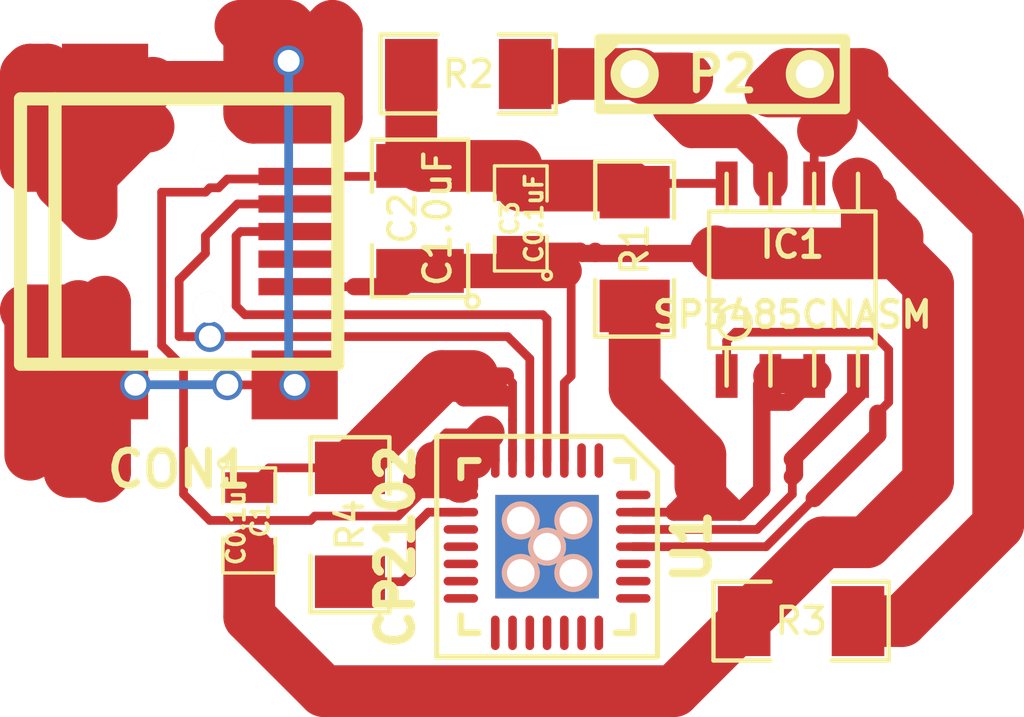
<source format=kicad_pcb>
(kicad_pcb (version 3) (host pcbnew "(2013-may-18)-stable")

  (general
    (links 31)
    (no_connects 0)
    (area 62.271956 15.0971 337.300001 268.085001)
    (thickness 1.6)
    (drawings 0)
    (tracks 257)
    (zones 0)
    (modules 11)
    (nets 15)
  )

  (page A3)
  (layers
    (15 F.Cu signal)
    (0 B.Cu signal)
    (16 B.Adhes user)
    (17 F.Adhes user)
    (18 B.Paste user)
    (19 F.Paste user)
    (20 B.SilkS user)
    (21 F.SilkS user)
    (22 B.Mask user)
    (23 F.Mask user)
    (24 Dwgs.User user)
    (25 Cmts.User user)
    (26 Eco1.User user)
    (27 Eco2.User user)
    (28 Edge.Cuts user)
  )

  (setup
    (last_trace_width 0.254)
    (user_trace_width 0.5)
    (user_trace_width 1)
    (user_trace_width 1.5)
    (trace_clearance 0.054)
    (zone_clearance 0.508)
    (zone_45_only no)
    (trace_min 0.254)
    (segment_width 0.2)
    (edge_width 0.15)
    (via_size 0.889)
    (via_drill 0.635)
    (via_min_size 0.889)
    (via_min_drill 0.508)
    (uvia_size 0.508)
    (uvia_drill 0.127)
    (uvias_allowed no)
    (uvia_min_size 0.508)
    (uvia_min_drill 0.127)
    (pcb_text_width 0.3)
    (pcb_text_size 1 1)
    (mod_edge_width 0.15)
    (mod_text_size 1 1)
    (mod_text_width 0.15)
    (pad_size 1 1)
    (pad_drill 0.6)
    (pad_to_mask_clearance 0)
    (aux_axis_origin 0 0)
    (visible_elements FFFFFFBF)
    (pcbplotparams
      (layerselection 32768)
      (usegerberextensions false)
      (excludeedgelayer true)
      (linewidth 0.150000)
      (plotframeref false)
      (viasonmask false)
      (mode 1)
      (useauxorigin false)
      (hpglpennumber 1)
      (hpglpenspeed 20)
      (hpglpendiameter 15)
      (hpglpenoverlay 2)
      (psnegative false)
      (psa4output false)
      (plotreference true)
      (plotvalue true)
      (plotothertext true)
      (plotinvisibletext false)
      (padsonsilk false)
      (subtractmaskfromsilk false)
      (outputformat 2)
      (mirror false)
      (drillshape 0)
      (scaleselection 1)
      (outputdirectory ""))
  )

  (net 0 "")
  (net 1 /D)
  (net 2 /D+)
  (net 3 /D-)
  (net 4 /R)
  (net 5 /RX)
  (net 6 /TX)
  (net 7 /VBUS)
  (net 8 /VDD)
  (net 9 GND)
  (net 10 N-0000010)
  (net 11 N-0000012)
  (net 12 N-0000031)
  (net 13 N-000008)
  (net 14 N-000009)

  (net_class Default "This is the default net class."
    (clearance 0.054)
    (trace_width 0.254)
    (via_dia 0.889)
    (via_drill 0.635)
    (uvia_dia 0.508)
    (uvia_drill 0.127)
    (add_net "")
    (add_net /D)
    (add_net /D+)
    (add_net /D-)
    (add_net /R)
    (add_net /RX)
    (add_net /TX)
    (add_net /VBUS)
    (add_net /VDD)
    (add_net GND)
    (add_net N-0000010)
    (add_net N-0000012)
    (add_net N-0000031)
    (add_net N-000008)
    (add_net N-000009)
  )

  (module USB_MINI_B (layer F.Cu) (tedit 505F99F2) (tstamp 53E22EC3)
    (at 185.166 130.429)
    (descr "USB Mini-B 5-pin SMD connector")
    (tags "USB, Mini-B, connector")
    (path /5256FA36)
    (fp_text reference CON1 (at 0 6.90118) (layer F.SilkS)
      (effects (font (size 1.016 1.016) (thickness 0.2032)))
    )
    (fp_text value USB-MINI-B (at 0 -7.0993) (layer F.SilkS) hide
      (effects (font (size 1.016 1.016) (thickness 0.2032)))
    )
    (fp_line (start -3.59918 -3.85064) (end -3.59918 3.85064) (layer F.SilkS) (width 0.381))
    (fp_line (start -4.59994 -3.85064) (end -4.59994 3.85064) (layer F.SilkS) (width 0.381))
    (fp_line (start -4.59994 3.85064) (end 4.59994 3.85064) (layer F.SilkS) (width 0.381))
    (fp_line (start 4.59994 3.85064) (end 4.59994 -3.85064) (layer F.SilkS) (width 0.381))
    (fp_line (start 4.59994 -3.85064) (end -4.59994 -3.85064) (layer F.SilkS) (width 0.381))
    (pad 1 smd rect (at 3.44932 -1.6002) (size 2.30124 0.50038)
      (layers F.Cu F.Paste F.Mask)
      (net 7 /VBUS)
    )
    (pad 2 smd rect (at 3.44932 -0.8001) (size 2.30124 0.50038)
      (layers F.Cu F.Paste F.Mask)
      (net 3 /D-)
    )
    (pad 3 smd rect (at 3.44932 0) (size 2.30124 0.50038)
      (layers F.Cu F.Paste F.Mask)
      (net 2 /D+)
    )
    (pad 4 smd rect (at 3.44932 0.8001) (size 2.30124 0.50038)
      (layers F.Cu F.Paste F.Mask)
    )
    (pad 5 smd rect (at 3.44932 1.6002) (size 2.30124 0.50038)
      (layers F.Cu F.Paste F.Mask)
      (net 9 GND)
    )
    (pad 6 smd rect (at 3.35026 -4.45008) (size 2.49936 1.99898)
      (layers F.Cu F.Paste F.Mask)
      (net 12 N-0000031)
    )
    (pad 7 smd rect (at -2.14884 -4.45008) (size 2.49936 1.99898)
      (layers F.Cu F.Paste F.Mask)
      (net 12 N-0000031)
    )
    (pad 8 smd rect (at 3.35026 4.45008) (size 2.49936 1.99898)
      (layers F.Cu F.Paste F.Mask)
      (net 12 N-0000031)
    )
    (pad 9 smd rect (at -2.14884 4.45008) (size 2.49936 1.99898)
      (layers F.Cu F.Paste F.Mask)
      (net 12 N-0000031)
    )
    (pad "" np_thru_hole circle (at 0.8509 -2.19964) (size 0.89916 0.89916) (drill 0.89916)
      (layers *.Cu *.Mask F.SilkS)
    )
    (pad 2 np_thru_hole circle (at 0.8509 2.19964) (size 0.89916 0.89916) (drill 0.89916)
      (layers *.Cu *.Mask F.SilkS)
      (net 3 /D-)
    )
  )

  (module SM1210 (layer F.Cu) (tedit 42806E94) (tstamp 53E25F4A)
    (at 192.151 130.048 90)
    (tags "CMS SM")
    (path /52584C01)
    (attr smd)
    (fp_text reference C2 (at 0 -0.508 90) (layer F.SilkS)
      (effects (font (size 0.762 0.762) (thickness 0.127)))
    )
    (fp_text value C1.0uF (at 0 0.508 90) (layer F.SilkS)
      (effects (font (size 0.762 0.762) (thickness 0.127)))
    )
    (fp_circle (center -2.413 1.524) (end -2.286 1.397) (layer F.SilkS) (width 0.127))
    (fp_line (start -0.762 -1.397) (end -2.286 -1.397) (layer F.SilkS) (width 0.127))
    (fp_line (start -2.286 -1.397) (end -2.286 1.397) (layer F.SilkS) (width 0.127))
    (fp_line (start -2.286 1.397) (end -0.762 1.397) (layer F.SilkS) (width 0.127))
    (fp_line (start 0.762 1.397) (end 2.286 1.397) (layer F.SilkS) (width 0.127))
    (fp_line (start 2.286 1.397) (end 2.286 -1.397) (layer F.SilkS) (width 0.127))
    (fp_line (start 2.286 -1.397) (end 0.762 -1.397) (layer F.SilkS) (width 0.127))
    (pad 1 smd rect (at -1.524 0 90) (size 1.27 2.54)
      (layers F.Cu F.Paste F.Mask)
      (net 9 GND)
    )
    (pad 2 smd rect (at 1.524 0 90) (size 1.27 2.54)
      (layers F.Cu F.Paste F.Mask)
      (net 7 /VBUS)
    )
    (model smd/chip_cms.wrl
      (at (xyz 0 0 0))
      (scale (xyz 0.17 0.2 0.17))
      (rotate (xyz 0 0 0))
    )
  )

  (module SM1206 (layer F.Cu) (tedit 42806E24) (tstamp 53E22EDC)
    (at 193.548 125.857)
    (path /53E229BC)
    (attr smd)
    (fp_text reference R2 (at 0 0) (layer F.SilkS)
      (effects (font (size 0.762 0.762) (thickness 0.127)))
    )
    (fp_text value 560 (at 0 0) (layer F.SilkS) hide
      (effects (font (size 0.762 0.762) (thickness 0.127)))
    )
    (fp_line (start -2.54 -1.143) (end -2.54 1.143) (layer F.SilkS) (width 0.127))
    (fp_line (start -2.54 1.143) (end -0.889 1.143) (layer F.SilkS) (width 0.127))
    (fp_line (start 0.889 -1.143) (end 2.54 -1.143) (layer F.SilkS) (width 0.127))
    (fp_line (start 2.54 -1.143) (end 2.54 1.143) (layer F.SilkS) (width 0.127))
    (fp_line (start 2.54 1.143) (end 0.889 1.143) (layer F.SilkS) (width 0.127))
    (fp_line (start -0.889 -1.143) (end -2.54 -1.143) (layer F.SilkS) (width 0.127))
    (pad 1 smd rect (at -1.651 0) (size 1.524 2.032)
      (layers F.Cu F.Paste F.Mask)
      (net 7 /VBUS)
    )
    (pad 2 smd rect (at 1.651 0) (size 1.524 2.032)
      (layers F.Cu F.Paste F.Mask)
      (net 14 N-000009)
    )
    (model smd/chip_cms.wrl
      (at (xyz 0 0 0))
      (scale (xyz 0.17 0.16 0.16))
      (rotate (xyz 0 0 0))
    )
  )

  (module SM1206 (layer F.Cu) (tedit 42806E24) (tstamp 53E22EE8)
    (at 203.2 141.732 180)
    (path /53E229C9)
    (attr smd)
    (fp_text reference R3 (at 0 0 180) (layer F.SilkS)
      (effects (font (size 0.762 0.762) (thickness 0.127)))
    )
    (fp_text value 560 (at 0 0 180) (layer F.SilkS) hide
      (effects (font (size 0.762 0.762) (thickness 0.127)))
    )
    (fp_line (start -2.54 -1.143) (end -2.54 1.143) (layer F.SilkS) (width 0.127))
    (fp_line (start -2.54 1.143) (end -0.889 1.143) (layer F.SilkS) (width 0.127))
    (fp_line (start 0.889 -1.143) (end 2.54 -1.143) (layer F.SilkS) (width 0.127))
    (fp_line (start 2.54 -1.143) (end 2.54 1.143) (layer F.SilkS) (width 0.127))
    (fp_line (start 2.54 1.143) (end 0.889 1.143) (layer F.SilkS) (width 0.127))
    (fp_line (start -0.889 -1.143) (end -2.54 -1.143) (layer F.SilkS) (width 0.127))
    (pad 1 smd rect (at -1.651 0 180) (size 1.524 2.032)
      (layers F.Cu F.Paste F.Mask)
      (net 10 N-0000010)
    )
    (pad 2 smd rect (at 1.651 0 180) (size 1.524 2.032)
      (layers F.Cu F.Paste F.Mask)
      (net 9 GND)
    )
    (model smd/chip_cms.wrl
      (at (xyz 0 0 0))
      (scale (xyz 0.17 0.16 0.16))
      (rotate (xyz 0 0 0))
    )
  )

  (module SM1206 (layer F.Cu) (tedit 42806E24) (tstamp 53E22EF4)
    (at 198.374 130.937 90)
    (path /53E229CF)
    (attr smd)
    (fp_text reference R1 (at 0 0 90) (layer F.SilkS)
      (effects (font (size 0.762 0.762) (thickness 0.127)))
    )
    (fp_text value 10K (at 0 0 90) (layer F.SilkS) hide
      (effects (font (size 0.762 0.762) (thickness 0.127)))
    )
    (fp_line (start -2.54 -1.143) (end -2.54 1.143) (layer F.SilkS) (width 0.127))
    (fp_line (start -2.54 1.143) (end -0.889 1.143) (layer F.SilkS) (width 0.127))
    (fp_line (start 0.889 -1.143) (end 2.54 -1.143) (layer F.SilkS) (width 0.127))
    (fp_line (start 2.54 -1.143) (end 2.54 1.143) (layer F.SilkS) (width 0.127))
    (fp_line (start 2.54 1.143) (end 0.889 1.143) (layer F.SilkS) (width 0.127))
    (fp_line (start -0.889 -1.143) (end -2.54 -1.143) (layer F.SilkS) (width 0.127))
    (pad 1 smd rect (at -1.651 0 90) (size 1.524 2.032)
      (layers F.Cu F.Paste F.Mask)
      (net 13 N-000008)
    )
    (pad 2 smd rect (at 1.651 0 90) (size 1.524 2.032)
      (layers F.Cu F.Paste F.Mask)
      (net 7 /VBUS)
    )
    (model smd/chip_cms.wrl
      (at (xyz 0 0 0))
      (scale (xyz 0.17 0.16 0.16))
      (rotate (xyz 0 0 0))
    )
  )

  (module SM0805 (layer F.Cu) (tedit 5091495C) (tstamp 53E25F3C)
    (at 187.198 138.811 270)
    (path /5256F990)
    (attr smd)
    (fp_text reference C1 (at 0 -0.3175 270) (layer F.SilkS)
      (effects (font (size 0.50038 0.50038) (thickness 0.10922)))
    )
    (fp_text value C0.1uF (at 0 0.381 270) (layer F.SilkS)
      (effects (font (size 0.50038 0.50038) (thickness 0.10922)))
    )
    (fp_circle (center -1.651 0.762) (end -1.651 0.635) (layer F.SilkS) (width 0.09906))
    (fp_line (start -0.508 0.762) (end -1.524 0.762) (layer F.SilkS) (width 0.09906))
    (fp_line (start -1.524 0.762) (end -1.524 -0.762) (layer F.SilkS) (width 0.09906))
    (fp_line (start -1.524 -0.762) (end -0.508 -0.762) (layer F.SilkS) (width 0.09906))
    (fp_line (start 0.508 -0.762) (end 1.524 -0.762) (layer F.SilkS) (width 0.09906))
    (fp_line (start 1.524 -0.762) (end 1.524 0.762) (layer F.SilkS) (width 0.09906))
    (fp_line (start 1.524 0.762) (end 0.508 0.762) (layer F.SilkS) (width 0.09906))
    (pad 1 smd rect (at -0.9525 0 270) (size 0.889 1.397)
      (layers F.Cu F.Paste F.Mask)
      (net 8 /VDD)
    )
    (pad 2 smd rect (at 0.9525 0 270) (size 0.889 1.397)
      (layers F.Cu F.Paste F.Mask)
      (net 9 GND)
    )
    (model smd/chip_cms.wrl
      (at (xyz 0 0 0))
      (scale (xyz 0.1 0.1 0.1))
      (rotate (xyz 0 0 0))
    )
  )

  (module SM0805 (layer F.Cu) (tedit 5091495C) (tstamp 53E22F0E)
    (at 195.072 130.048 90)
    (path /52584CC4)
    (attr smd)
    (fp_text reference C3 (at 0 -0.3175 90) (layer F.SilkS)
      (effects (font (size 0.50038 0.50038) (thickness 0.10922)))
    )
    (fp_text value C0.1uF (at 0 0.381 90) (layer F.SilkS)
      (effects (font (size 0.50038 0.50038) (thickness 0.10922)))
    )
    (fp_circle (center -1.651 0.762) (end -1.651 0.635) (layer F.SilkS) (width 0.09906))
    (fp_line (start -0.508 0.762) (end -1.524 0.762) (layer F.SilkS) (width 0.09906))
    (fp_line (start -1.524 0.762) (end -1.524 -0.762) (layer F.SilkS) (width 0.09906))
    (fp_line (start -1.524 -0.762) (end -0.508 -0.762) (layer F.SilkS) (width 0.09906))
    (fp_line (start 0.508 -0.762) (end 1.524 -0.762) (layer F.SilkS) (width 0.09906))
    (fp_line (start 1.524 -0.762) (end 1.524 0.762) (layer F.SilkS) (width 0.09906))
    (fp_line (start 1.524 0.762) (end 0.508 0.762) (layer F.SilkS) (width 0.09906))
    (pad 1 smd rect (at -0.9525 0 90) (size 0.889 1.397)
      (layers F.Cu F.Paste F.Mask)
      (net 9 GND)
    )
    (pad 2 smd rect (at 0.9525 0 90) (size 0.889 1.397)
      (layers F.Cu F.Paste F.Mask)
      (net 7 /VBUS)
    )
    (model smd/chip_cms.wrl
      (at (xyz 0 0 0))
      (scale (xyz 0.1 0.1 0.1))
      (rotate (xyz 0 0 0))
    )
  )

  (module QFN28 (layer F.Cu) (tedit 4843D034) (tstamp 53E22F50)
    (at 195.834 139.573 270)
    (path /5256F8C6)
    (fp_text reference U1 (at 0 -4.20116 270) (layer F.SilkS)
      (effects (font (size 1.00076 1.00076) (thickness 0.3048)))
    )
    (fp_text value CP2102 (at 0 4.39928 270) (layer F.SilkS)
      (effects (font (size 1.00076 1.00076) (thickness 0.3048)))
    )
    (fp_line (start -3.2004 3.2004) (end 3.2004 3.2004) (layer F.SilkS) (width 0.14986))
    (fp_line (start 3.2004 3.2004) (end 3.2004 -3.2004) (layer F.SilkS) (width 0.14986))
    (fp_line (start 3.2004 -3.2004) (end -2.19964 -3.2004) (layer F.SilkS) (width 0.14986))
    (fp_line (start -2.19964 -3.2004) (end -3.2004 -2.19964) (layer F.SilkS) (width 0.14986))
    (fp_line (start -3.2004 -2.19964) (end -3.2004 3.2004) (layer F.SilkS) (width 0.14986))
    (fp_line (start -1.99898 -2.49936) (end -2.49936 -2.49936) (layer F.SilkS) (width 0.20066))
    (fp_line (start -2.49936 -2.49936) (end -2.49936 -1.99898) (layer F.SilkS) (width 0.20066))
    (fp_line (start 2.49936 -1.99898) (end 2.49936 -2.49936) (layer F.SilkS) (width 0.20066))
    (fp_line (start 2.49936 -2.49936) (end 1.99898 -2.49936) (layer F.SilkS) (width 0.20066))
    (fp_line (start 1.99898 2.49936) (end 2.49936 2.49936) (layer F.SilkS) (width 0.20066))
    (fp_line (start 2.49936 2.49936) (end 2.49936 1.99898) (layer F.SilkS) (width 0.20066))
    (fp_line (start -2.49936 1.99898) (end -2.49936 2.49936) (layer F.SilkS) (width 0.20066))
    (fp_line (start -2.49936 2.49936) (end -1.99898 2.49936) (layer F.SilkS) (width 0.20066))
    (pad 1 smd oval (at -2.49936 -1.50114 270) (size 1.00076 0.24892)
      (layers F.Cu F.Paste F.Mask)
    )
    (pad 2 smd oval (at -2.49936 -1.00076 270) (size 1.00076 0.24892)
      (layers F.Cu F.Paste F.Mask)
    )
    (pad 3 smd oval (at -2.49936 -0.50038 270) (size 1.00076 0.24892)
      (layers F.Cu F.Paste F.Mask)
      (net 9 GND)
    )
    (pad 4 smd oval (at -2.49936 0 270) (size 1.00076 0.24892)
      (layers F.Cu F.Paste F.Mask)
      (net 2 /D+)
    )
    (pad 5 smd oval (at -2.49936 0.50038 270) (size 1.00076 0.24892)
      (layers F.Cu F.Paste F.Mask)
      (net 3 /D-)
    )
    (pad 6 smd oval (at -2.49936 1.00076 270) (size 1.00076 0.24892)
      (layers F.Cu F.Paste F.Mask)
      (net 8 /VDD)
    )
    (pad 7 smd oval (at -2.49936 1.50114 270) (size 1.00076 0.24892)
      (layers F.Cu F.Paste F.Mask)
      (net 7 /VBUS)
    )
    (pad 8 smd oval (at -1.50114 2.49936) (size 1.00076 0.24892)
      (layers F.Cu F.Paste F.Mask)
      (net 7 /VBUS)
    )
    (pad 9 smd oval (at -1.00076 2.49936) (size 1.00076 0.24892)
      (layers F.Cu F.Paste F.Mask)
      (net 11 N-0000012)
    )
    (pad 10 smd oval (at -0.50038 2.49936) (size 1.00076 0.24892)
      (layers F.Cu F.Paste F.Mask)
    )
    (pad 11 smd oval (at 0 2.49936) (size 1.00076 0.24892)
      (layers F.Cu F.Paste F.Mask)
    )
    (pad 12 smd oval (at 0.50038 2.49936) (size 1.00076 0.24892)
      (layers F.Cu F.Paste F.Mask)
    )
    (pad 13 smd oval (at 1.00076 2.49936) (size 1.00076 0.24892)
      (layers F.Cu F.Paste F.Mask)
    )
    (pad 14 smd oval (at 1.50114 2.49936) (size 1.00076 0.24892)
      (layers F.Cu F.Paste F.Mask)
    )
    (pad 15 smd oval (at 2.49936 1.50114 90) (size 1.00076 0.24892)
      (layers F.Cu F.Paste F.Mask)
    )
    (pad 16 smd oval (at 2.49936 1.00076 90) (size 1.00076 0.24892)
      (layers F.Cu F.Paste F.Mask)
    )
    (pad 17 smd oval (at 2.49936 0.50038 90) (size 1.00076 0.24892)
      (layers F.Cu F.Paste F.Mask)
    )
    (pad 18 smd oval (at 2.49936 0 90) (size 1.00076 0.24892)
      (layers F.Cu F.Paste F.Mask)
    )
    (pad 19 smd oval (at 2.49936 -0.50038 90) (size 1.00076 0.24892)
      (layers F.Cu F.Paste F.Mask)
    )
    (pad 20 smd oval (at 2.49936 -1.00076 90) (size 1.00076 0.24892)
      (layers F.Cu F.Paste F.Mask)
    )
    (pad 21 smd oval (at 2.49936 -1.50114 90) (size 1.00076 0.24892)
      (layers F.Cu F.Paste F.Mask)
    )
    (pad 22 smd oval (at 1.50114 -2.49936 180) (size 1.00076 0.24892)
      (layers F.Cu F.Paste F.Mask)
    )
    (pad 23 smd oval (at 1.00076 -2.49936 180) (size 1.00076 0.24892)
      (layers F.Cu F.Paste F.Mask)
    )
    (pad 24 smd oval (at 0.50038 -2.49936 180) (size 1.00076 0.24892)
      (layers F.Cu F.Paste F.Mask)
      (net 4 /R)
    )
    (pad 25 smd oval (at 0 -2.49936 180) (size 1.00076 0.24892)
      (layers F.Cu F.Paste F.Mask)
      (net 5 /RX)
    )
    (pad 26 smd oval (at -0.50038 -2.49936 180) (size 1.00076 0.24892)
      (layers F.Cu F.Paste F.Mask)
      (net 6 /TX)
    )
    (pad 27 smd oval (at -1.00076 -2.49936 180) (size 1.00076 0.24892)
      (layers F.Cu F.Paste F.Mask)
      (net 13 N-000008)
    )
    (pad 28 smd oval (at -1.50114 -2.49936 180) (size 1.00076 0.24892)
      (layers F.Cu F.Paste F.Mask)
      (net 1 /D)
    )
    (pad "" smd rect (at 0 0 180) (size 2.99974 2.99974)
      (layers *.Cu F.Paste F.Mask)
    )
    (pad "" np_thru_hole circle (at 0.762 0.762 180) (size 1.09982 1.09982) (drill 0.8001)
      (layers *.Cu *.SilkS *.Mask)
    )
    (pad "" np_thru_hole circle (at 0 0 180) (size 1.09982 1.09982) (drill 0.8001)
      (layers *.Cu *.SilkS *.Mask)
    )
    (pad "" np_thru_hole circle (at -0.762 -0.762 180) (size 1.09982 1.09982) (drill 0.8001)
      (layers *.Cu *.SilkS *.Mask)
    )
    (pad "" np_thru_hole circle (at -0.762 0.762 180) (size 1.09982 1.09982) (drill 0.8001)
      (layers *.Cu *.SilkS *.Mask)
    )
    (pad "" np_thru_hole circle (at 0.762 -0.762 180) (size 1.09982 1.09982) (drill 0.8001)
      (layers *.Cu *.SilkS *.Mask)
    )
    (model smd/qfn28.wrl
      (at (xyz 0 0 0))
      (scale (xyz 1 1 1))
      (rotate (xyz 0 0 0))
    )
  )

  (module C2 (layer F.Cu) (tedit 200000) (tstamp 53E22F5B)
    (at 200.914 125.857)
    (descr "Condensateur = 2 pas")
    (tags C)
    (path /53E22948)
    (fp_text reference P2 (at 0 0) (layer F.SilkS)
      (effects (font (size 1.016 1.016) (thickness 0.2032)))
    )
    (fp_text value CONN_2 (at 0 0) (layer F.SilkS) hide
      (effects (font (size 1.016 1.016) (thickness 0.2032)))
    )
    (fp_line (start -3.556 -1.016) (end 3.556 -1.016) (layer F.SilkS) (width 0.3048))
    (fp_line (start 3.556 -1.016) (end 3.556 1.016) (layer F.SilkS) (width 0.3048))
    (fp_line (start 3.556 1.016) (end -3.556 1.016) (layer F.SilkS) (width 0.3048))
    (fp_line (start -3.556 1.016) (end -3.556 -1.016) (layer F.SilkS) (width 0.3048))
    (fp_line (start -3.556 -0.508) (end -3.048 -1.016) (layer F.SilkS) (width 0.3048))
    (pad 1 thru_hole circle (at -2.54 0) (size 1.397 1.397) (drill 0.8128)
      (layers *.Cu *.Mask F.SilkS)
      (net 14 N-000009)
    )
    (pad 2 thru_hole circle (at 2.54 0) (size 1.397 1.397) (drill 0.8128)
      (layers *.Cu *.Mask F.SilkS)
      (net 10 N-0000010)
    )
    (model discret/capa_2pas_5x5mm.wrl
      (at (xyz 0 0 0))
      (scale (xyz 1 1 1))
      (rotate (xyz 0 0 0))
    )
  )

  (module so-8 (layer F.Cu) (tedit 48A6C16E) (tstamp 53E23023)
    (at 202.946 131.826)
    (descr SO-8)
    (path /53E2279D)
    (attr smd)
    (fp_text reference IC1 (at 0 -1.016) (layer F.SilkS)
      (effects (font (size 0.7493 0.7493) (thickness 0.14986)))
    )
    (fp_text value SP3485CNASM (at 0 1.016) (layer F.SilkS)
      (effects (font (size 0.7493 0.7493) (thickness 0.14986)))
    )
    (fp_line (start -2.413 -1.9812) (end -2.413 1.9812) (layer F.SilkS) (width 0.127))
    (fp_line (start -2.413 1.9812) (end 2.413 1.9812) (layer F.SilkS) (width 0.127))
    (fp_line (start 2.413 1.9812) (end 2.413 -1.9812) (layer F.SilkS) (width 0.127))
    (fp_line (start 2.413 -1.9812) (end -2.413 -1.9812) (layer F.SilkS) (width 0.127))
    (fp_line (start -1.905 -1.9812) (end -1.905 -3.0734) (layer F.SilkS) (width 0.127))
    (fp_line (start -0.635 -1.9812) (end -0.635 -3.0734) (layer F.SilkS) (width 0.127))
    (fp_line (start 0.635 -1.9812) (end 0.635 -3.0734) (layer F.SilkS) (width 0.127))
    (fp_line (start 1.905 -3.0734) (end 1.905 -1.9812) (layer F.SilkS) (width 0.127))
    (fp_line (start 1.905 1.9812) (end 1.905 3.0734) (layer F.SilkS) (width 0.127))
    (fp_line (start 0.635 3.0734) (end 0.635 1.9812) (layer F.SilkS) (width 0.127))
    (fp_line (start -0.635 3.0734) (end -0.635 1.9812) (layer F.SilkS) (width 0.127))
    (fp_line (start -1.905 3.0734) (end -1.905 1.9812) (layer F.SilkS) (width 0.127))
    (fp_circle (center -1.6764 1.2446) (end -1.9558 1.6256) (layer F.SilkS) (width 0.127))
    (pad 1 smd rect (at -1.905 2.794) (size 0.635 1.27)
      (layers F.Cu F.Paste F.Mask)
      (net 5 /RX)
    )
    (pad 2 smd rect (at -0.635 2.794) (size 0.635 1.27)
      (layers F.Cu F.Paste F.Mask)
      (net 13 N-000008)
    )
    (pad 3 smd rect (at 0.635 2.794) (size 0.635 1.27)
      (layers F.Cu F.Paste F.Mask)
      (net 13 N-000008)
    )
    (pad 4 smd rect (at 1.905 2.794) (size 0.635 1.27)
      (layers F.Cu F.Paste F.Mask)
      (net 6 /TX)
    )
    (pad 5 smd rect (at 1.905 -2.794) (size 0.635 1.27)
      (layers F.Cu F.Paste F.Mask)
      (net 9 GND)
    )
    (pad 6 smd rect (at 0.635 -2.794) (size 0.635 1.27)
      (layers F.Cu F.Paste F.Mask)
      (net 10 N-0000010)
    )
    (pad 7 smd rect (at -0.635 -2.794) (size 0.635 1.27)
      (layers F.Cu F.Paste F.Mask)
      (net 14 N-000009)
    )
    (pad 8 smd rect (at -1.905 -2.794) (size 0.635 1.27)
      (layers F.Cu F.Paste F.Mask)
      (net 7 /VBUS)
    )
    (model smd/smd_dil/so-8.wrl
      (at (xyz 0 0 0))
      (scale (xyz 1 1 1))
      (rotate (xyz 0 0 0))
    )
  )

  (module SM1206 (layer F.Cu) (tedit 42806E24) (tstamp 53E27559)
    (at 190.119 138.938 90)
    (path /53E27425)
    (attr smd)
    (fp_text reference R4 (at 0 0 90) (layer F.SilkS)
      (effects (font (size 0.762 0.762) (thickness 0.127)))
    )
    (fp_text value K4.7 (at 0 0 90) (layer F.SilkS) hide
      (effects (font (size 0.762 0.762) (thickness 0.127)))
    )
    (fp_line (start -2.54 -1.143) (end -2.54 1.143) (layer F.SilkS) (width 0.127))
    (fp_line (start -2.54 1.143) (end -0.889 1.143) (layer F.SilkS) (width 0.127))
    (fp_line (start 0.889 -1.143) (end 2.54 -1.143) (layer F.SilkS) (width 0.127))
    (fp_line (start 2.54 -1.143) (end 2.54 1.143) (layer F.SilkS) (width 0.127))
    (fp_line (start 2.54 1.143) (end 0.889 1.143) (layer F.SilkS) (width 0.127))
    (fp_line (start -0.889 -1.143) (end -2.54 -1.143) (layer F.SilkS) (width 0.127))
    (pad 1 smd rect (at -1.651 0 90) (size 1.524 2.032)
      (layers F.Cu F.Paste F.Mask)
      (net 11 N-0000012)
    )
    (pad 2 smd rect (at 1.651 0 90) (size 1.524 2.032)
      (layers F.Cu F.Paste F.Mask)
      (net 8 /VDD)
    )
    (model smd/chip_cms.wrl
      (at (xyz 0 0 0))
      (scale (xyz 0.17 0.16 0.16))
      (rotate (xyz 0 0 0))
    )
  )

  (segment (start 186.944 130.429) (end 188.61532 130.429) (width 0.254) (layer F.Cu) (net 2) (tstamp 53E272E3))
  (segment (start 186.817 130.556) (end 186.944 130.429) (width 0.254) (layer F.Cu) (net 2) (tstamp 53E272E1))
  (segment (start 186.817 132.588) (end 186.817 130.556) (width 0.254) (layer F.Cu) (net 2) (tstamp 53E272DE))
  (segment (start 187.071 132.842) (end 186.817 132.588) (width 0.254) (layer F.Cu) (net 2) (tstamp 53E272DB))
  (segment (start 195.707 132.842) (end 187.071 132.842) (width 0.254) (layer F.Cu) (net 2) (tstamp 53E272D4))
  (segment (start 195.834 137.07364) (end 195.834 132.969) (width 0.254) (layer F.Cu) (net 2))
  (segment (start 195.834 132.969) (end 195.707 132.842) (width 0.254) (layer F.Cu) (net 2) (tstamp 53E272CF))
  (via (at 186.0169 132.62864) (size 0.889) (layers F.Cu B.Cu) (net 3))
  (segment (start 186.0169 132.62864) (end 186.055 132.66674) (width 0.254) (layer B.Cu) (net 3) (tstamp 53E281D3))
  (segment (start 186.055 132.66674) (end 186.055 133.477) (width 0.254) (layer B.Cu) (net 3) (tstamp 53E281D4))
  (segment (start 186.8551 129.6289) (end 188.61532 129.6289) (width 0.254) (layer F.Cu) (net 3) (tstamp 53E281A1))
  (segment (start 185.928 130.556) (end 186.8551 129.6289) (width 0.254) (layer F.Cu) (net 3) (tstamp 53E281A0))
  (segment (start 186.055 133.477) (end 185.42 133.477) (width 0.254) (layer F.Cu) (net 3) (tstamp 53E281D6))
  (via (at 186.055 133.477) (size 0.889) (layers F.Cu B.Cu) (net 3))
  (segment (start 195.33362 137.07364) (end 195.33362 134.11962) (width 0.254) (layer F.Cu) (net 3))
  (segment (start 194.691 133.477) (end 185.42 133.477) (width 0.254) (layer F.Cu) (net 3) (tstamp 53E2819A))
  (segment (start 195.33362 134.11962) (end 194.691 133.477) (width 0.254) (layer F.Cu) (net 3) (tstamp 53E28198))
  (segment (start 185.42 133.477) (end 185.166 133.477) (width 0.254) (layer F.Cu) (net 3) (tstamp 53E281DA))
  (segment (start 185.928 131.064) (end 185.928 130.556) (width 0.254) (layer F.Cu) (net 3) (tstamp 53E2819E))
  (segment (start 185.166 131.826) (end 185.928 131.064) (width 0.254) (layer F.Cu) (net 3) (tstamp 53E2819D))
  (segment (start 185.166 133.477) (end 185.166 131.826) (width 0.254) (layer F.Cu) (net 3) (tstamp 53E2819C))
  (segment (start 205.4225 135.6995) (end 205.4225 136.3345) (width 0.5) (layer F.Cu) (net 5))
  (segment (start 205.4225 136.3345) (end 203.581 138.176) (width 0.5) (layer F.Cu) (net 5) (tstamp 53E36E67))
  (segment (start 205.74 135.255) (end 205.74 135.382) (width 0.254) (layer F.Cu) (net 5))
  (segment (start 203.581 138.176) (end 202.184 139.573) (width 0.254) (layer F.Cu) (net 5) (tstamp 53E3463F))
  (segment (start 202.184 139.573) (end 198.33336 139.573) (width 0.254) (layer F.Cu) (net 5) (tstamp 53E3464C))
  (segment (start 205.74 135.382) (end 205.4225 135.6995) (width 0.254) (layer F.Cu) (net 5) (tstamp 53E3463C))
  (segment (start 201.041 134.62) (end 201.041 133.604) (width 0.254) (layer F.Cu) (net 5))
  (segment (start 205.232 133.35) (end 205.74 133.858) (width 0.254) (layer F.Cu) (net 5) (tstamp 53E27D3F))
  (segment (start 201.295 133.35) (end 205.232 133.35) (width 0.254) (layer F.Cu) (net 5) (tstamp 53E27D3E))
  (segment (start 201.041 133.604) (end 201.295 133.35) (width 0.254) (layer F.Cu) (net 5) (tstamp 53E27D3D))
  (segment (start 205.74 133.858) (end 205.74 135.255) (width 0.254) (layer F.Cu) (net 5) (tstamp 53E27D40))
  (segment (start 203.0095 136.9695) (end 203.0095 137.4775) (width 0.5) (layer F.Cu) (net 6))
  (segment (start 203.0095 137.4775) (end 202.946 137.541) (width 0.5) (layer F.Cu) (net 6) (tstamp 53E36E72))
  (segment (start 204.851 134.62) (end 204.851 135.128) (width 0.5) (layer F.Cu) (net 6))
  (segment (start 204.851 135.128) (end 203.0095 136.9695) (width 0.5) (layer F.Cu) (net 6) (tstamp 53E36E6A))
  (segment (start 203.0095 136.9695) (end 202.946 137.033) (width 0.5) (layer F.Cu) (net 6) (tstamp 53E36E70))
  (segment (start 202.946 138.049) (end 201.92238 139.07262) (width 0.254) (layer F.Cu) (net 6) (tstamp 53E3462E))
  (segment (start 201.92238 139.07262) (end 198.33336 139.07262) (width 0.254) (layer F.Cu) (net 6) (tstamp 53E34632))
  (segment (start 202.946 137.541) (end 202.946 138.049) (width 0.254) (layer F.Cu) (net 6) (tstamp 53E36E75))
  (segment (start 202.946 137.033) (end 202.946 137.541) (width 0.254) (layer F.Cu) (net 6) (tstamp 53E3462A))
  (segment (start 204.851 135.128) (end 202.946 137.033) (width 0.254) (layer F.Cu) (net 6) (tstamp 53E34629))
  (segment (start 191.516 138.684) (end 189.103 138.684) (width 0.254) (layer F.Cu) (net 7) (tstamp 53E281AC))
  (segment (start 189.103 138.684) (end 188.976 138.811) (width 0.254) (layer F.Cu) (net 7) (tstamp 53E281B0))
  (segment (start 188.976 138.811) (end 186.055 138.811) (width 0.254) (layer F.Cu) (net 7) (tstamp 53E281B1))
  (segment (start 186.055 138.811) (end 185.293 138.049) (width 0.254) (layer F.Cu) (net 7) (tstamp 53E281B2))
  (segment (start 185.293 138.049) (end 185.293 134.366) (width 0.254) (layer F.Cu) (net 7) (tstamp 53E281B4))
  (segment (start 185.293 134.366) (end 184.658 133.731) (width 0.254) (layer F.Cu) (net 7) (tstamp 53E281B8))
  (segment (start 184.658 133.731) (end 184.658 129.286) (width 0.254) (layer F.Cu) (net 7) (tstamp 53E281B9))
  (segment (start 184.658 129.286) (end 185.928 129.286) (width 0.254) (layer F.Cu) (net 7) (tstamp 53E281BA))
  (segment (start 185.928 129.286) (end 186.055 129.159) (width 0.254) (layer F.Cu) (net 7) (tstamp 53E281BC))
  (segment (start 186.055 129.159) (end 186.309 129.159) (width 0.254) (layer F.Cu) (net 7) (tstamp 53E281C0))
  (segment (start 186.309 129.159) (end 186.563 128.905) (width 0.254) (layer F.Cu) (net 7) (tstamp 53E281C4))
  (segment (start 195.072 129.0955) (end 198.1835 129.0955) (width 1.5) (layer F.Cu) (net 7))
  (segment (start 198.1835 129.0955) (end 198.374 129.286) (width 1.5) (layer F.Cu) (net 7) (tstamp 53E34583))
  (segment (start 192.151 128.524) (end 194.945 128.524) (width 1.5) (layer F.Cu) (net 7))
  (segment (start 191.897 125.857) (end 191.897 128.27) (width 1.5) (layer F.Cu) (net 7))
  (segment (start 191.897 128.27) (end 192.151 128.524) (width 1.5) (layer F.Cu) (net 7) (tstamp 53E3457C))
  (segment (start 194.33286 137.07364) (end 194.33286 136.03986) (width 0.254) (layer F.Cu) (net 7))
  (segment (start 188.53912 128.905) (end 188.61532 128.8288) (width 0.254) (layer F.Cu) (net 7) (tstamp 53E281C7))
  (segment (start 186.563 128.905) (end 188.53912 128.905) (width 0.254) (layer F.Cu) (net 7) (tstamp 53E281C5))
  (segment (start 198.247 129.032) (end 201.041 129.032) (width 0.254) (layer F.Cu) (net 7) (tstamp 53E27CC1))
  (segment (start 198.1835 129.0955) (end 198.247 129.032) (width 0.254) (layer F.Cu) (net 7) (tstamp 53E27CC0))
  (segment (start 194.945 128.524) (end 194.945 128.9685) (width 0.254) (layer F.Cu) (net 7))
  (segment (start 194.945 128.9685) (end 195.072 129.0955) (width 0.254) (layer F.Cu) (net 7) (tstamp 53E2787C))
  (segment (start 193.33464 138.07186) (end 193.33464 137.795) (width 0.254) (layer F.Cu) (net 7))
  (segment (start 193.76136 137.07364) (end 194.33286 137.07364) (width 0.254) (layer F.Cu) (net 7) (tstamp 53E2610F))
  (segment (start 188.61532 128.8288) (end 191.8462 128.8288) (width 0.254) (layer F.Cu) (net 7))
  (segment (start 191.8462 128.8288) (end 192.151 128.524) (width 0.254) (layer F.Cu) (net 7) (tstamp 53E26066))
  (segment (start 192.151 137.668) (end 193.20764 137.668) (width 1) (layer F.Cu) (net 7))
  (segment (start 193.20764 137.668) (end 193.33464 137.795) (width 1) (layer F.Cu) (net 7) (tstamp 53E34714))
  (segment (start 193.33464 137.795) (end 193.294 137.795) (width 1) (layer F.Cu) (net 7))
  (segment (start 193.294 137.795) (end 192.532 137.033) (width 1) (layer F.Cu) (net 7) (tstamp 53E34709))
  (segment (start 193.33464 137.795) (end 193.33464 136.81964) (width 1) (layer F.Cu) (net 7))
  (segment (start 193.33464 136.81964) (end 193.167 136.652) (width 1) (layer F.Cu) (net 7) (tstamp 53E34706))
  (segment (start 193.7385 137.0965) (end 193.7385 136.63422) (width 1) (layer F.Cu) (net 7))
  (segment (start 193.7385 136.63422) (end 194.10172 136.271) (width 1) (layer F.Cu) (net 7) (tstamp 53E34701))
  (segment (start 194.33286 136.03986) (end 194.10172 136.271) (width 0.254) (layer F.Cu) (net 7) (tstamp 53E281A4))
  (segment (start 194.10172 136.271) (end 192.913 136.271) (width 0.254) (layer F.Cu) (net 7) (tstamp 53E281A6))
  (segment (start 192.913 136.271) (end 192.151 137.033) (width 0.254) (layer F.Cu) (net 7) (tstamp 53E281A8))
  (segment (start 192.151 137.033) (end 192.151 137.668) (width 0.254) (layer F.Cu) (net 7) (tstamp 53E281A9))
  (segment (start 192.151 137.668) (end 192.151 138.049) (width 0.254) (layer F.Cu) (net 7) (tstamp 53E34712))
  (segment (start 192.151 138.049) (end 191.516 138.684) (width 0.254) (layer F.Cu) (net 7) (tstamp 53E281AA))
  (segment (start 193.33464 137.795) (end 193.33464 137.50036) (width 0.254) (layer F.Cu) (net 7) (tstamp 53E34704))
  (segment (start 193.33464 137.50036) (end 193.7385 137.0965) (width 0.254) (layer F.Cu) (net 7) (tstamp 53E2610D))
  (segment (start 193.7385 137.0965) (end 193.76136 137.07364) (width 0.254) (layer F.Cu) (net 7) (tstamp 53E346FF))
  (segment (start 194.691 135.255) (end 194.056 134.62) (width 0.5) (layer F.Cu) (net 8))
  (segment (start 194.691 135.255) (end 193.421 135.255) (width 0.5) (layer F.Cu) (net 8))
  (segment (start 193.421 135.255) (end 192.786 134.62) (width 0.5) (layer F.Cu) (net 8) (tstamp 53E36E7D))
  (segment (start 193.675 134.62) (end 194.056 134.62) (width 0.5) (layer F.Cu) (net 8))
  (segment (start 194.056 134.62) (end 194.6275 134.62) (width 0.5) (layer F.Cu) (net 8) (tstamp 53E34720))
  (segment (start 192.786 134.62) (end 193.675 134.62) (width 1.5) (layer F.Cu) (net 8) (tstamp 53E34686))
  (segment (start 194.83324 134.82574) (end 194.6275 134.62) (width 0.254) (layer F.Cu) (net 8) (tstamp 53E26153))
  (segment (start 193.675 134.62) (end 192.532 134.62) (width 0.254) (layer F.Cu) (net 8) (tstamp 53E3468C))
  (segment (start 190.119 137.287) (end 192.786 134.62) (width 1.5) (layer F.Cu) (net 8))
  (segment (start 190.119 137.287) (end 187.7695 137.287) (width 0.254) (layer F.Cu) (net 8))
  (segment (start 187.7695 137.287) (end 187.198 137.8585) (width 0.254) (layer F.Cu) (net 8) (tstamp 53E27840))
  (segment (start 194.83324 137.07364) (end 194.83324 135.89) (width 0.254) (layer F.Cu) (net 8))
  (segment (start 194.83324 135.89) (end 194.83324 134.82574) (width 0.254) (layer F.Cu) (net 8) (tstamp 53E26156))
  (segment (start 190.119 137.033) (end 190.119 137.287) (width 0.254) (layer F.Cu) (net 8) (tstamp 53E275AC))
  (segment (start 192.532 134.62) (end 190.119 137.033) (width 0.254) (layer F.Cu) (net 8) (tstamp 53E275AA))
  (segment (start 197.231 131.064) (end 196.85 131.064) (width 0.5) (layer F.Cu) (net 9))
  (segment (start 196.7865 131.0005) (end 195.072 131.0005) (width 0.5) (layer F.Cu) (net 9) (tstamp 53E3472F))
  (segment (start 196.85 131.064) (end 196.7865 131.0005) (width 0.5) (layer F.Cu) (net 9) (tstamp 53E3472E))
  (segment (start 200.787 131.064) (end 197.231 131.064) (width 0.5) (layer F.Cu) (net 9))
  (segment (start 197.231 131.064) (end 197.231 131.0005) (width 0.5) (layer F.Cu) (net 9) (tstamp 53E3472B))
  (segment (start 205.105 131.064) (end 200.787 131.064) (width 1.5) (layer F.Cu) (net 9))
  (segment (start 200.787 131.064) (end 200.7235 131.0005) (width 1.5) (layer F.Cu) (net 9) (tstamp 53E34672))
  (segment (start 204.7875 131.0005) (end 200.7235 131.0005) (width 0.254) (layer F.Cu) (net 9) (tstamp 53E27D55))
  (segment (start 200.7235 131.0005) (end 197.231 131.0005) (width 0.254) (layer F.Cu) (net 9) (tstamp 53E34676))
  (segment (start 197.231 131.0005) (end 195.072 131.0005) (width 0.254) (layer F.Cu) (net 9) (tstamp 53E3472C))
  (segment (start 194.564 131.572) (end 194.564 131.5085) (width 0.254) (layer F.Cu) (net 9))
  (segment (start 194.564 131.5085) (end 195.072 131.0005) (width 0.254) (layer F.Cu) (net 9) (tstamp 53E27881))
  (segment (start 194.564 131.572) (end 196.342 131.572) (width 0.254) (layer F.Cu) (net 9) (tstamp 53E2787F))
  (segment (start 205.994 130.556) (end 205.105 129.667) (width 1.5) (layer F.Cu) (net 9) (tstamp 53E3467E))
  (segment (start 205.105 129.667) (end 204.851 129.032) (width 1.5) (layer F.Cu) (net 9) (tstamp 53E34680))
  (segment (start 205.105 131.064) (end 205.105 129.667) (width 1.5) (layer F.Cu) (net 9))
  (segment (start 205.105 129.667) (end 205.232 129.54) (width 1.5) (layer F.Cu) (net 9) (tstamp 53E34678))
  (segment (start 203.835 139.446) (end 201.549 141.732) (width 1.5) (layer F.Cu) (net 9) (tstamp 53E3465F))
  (segment (start 205.105 139.446) (end 203.835 139.446) (width 1.5) (layer F.Cu) (net 9) (tstamp 53E3465E))
  (segment (start 206.883 137.668) (end 205.105 139.446) (width 1.5) (layer F.Cu) (net 9) (tstamp 53E3465D))
  (segment (start 199.517 143.764) (end 201.549 141.732) (width 1.5) (layer F.Cu) (net 9) (tstamp 53E34559))
  (segment (start 205.105 131.064) (end 204.851 131.064) (width 0.254) (layer F.Cu) (net 9) (tstamp 53E34659))
  (segment (start 204.851 129.032) (end 204.851 131.064) (width 0.254) (layer F.Cu) (net 9))
  (segment (start 188.61532 132.0292) (end 190.246 132.0292) (width 0.254) (layer F.Cu) (net 9))
  (segment (start 204.851 131.064) (end 204.7875 131.0005) (width 0.254) (layer F.Cu) (net 9) (tstamp 53E27D54))
  (segment (start 196.33438 137.07364) (end 196.33438 134.81812) (width 0.254) (layer F.Cu) (net 9))
  (segment (start 205.994 131.064) (end 205.994 130.556) (width 1.5) (layer F.Cu) (net 9))
  (segment (start 205.105 131.064) (end 205.994 131.064) (width 1.5) (layer F.Cu) (net 9))
  (segment (start 206.883 131.953) (end 206.883 137.668) (width 1.5) (layer F.Cu) (net 9) (tstamp 53E3465C))
  (segment (start 205.994 131.064) (end 206.883 131.953) (width 1.5) (layer F.Cu) (net 9) (tstamp 53E3465B))
  (segment (start 192.151 131.572) (end 196.342 131.572) (width 1) (layer F.Cu) (net 9))
  (segment (start 190.246 132.0292) (end 191.6938 132.0292) (width 0.5) (layer F.Cu) (net 9))
  (segment (start 191.6938 132.0292) (end 192.151 131.572) (width 0.5) (layer F.Cu) (net 9) (tstamp 53E34736))
  (segment (start 187.198 139.7635) (end 187.198 141.605) (width 1.5) (layer F.Cu) (net 9))
  (segment (start 187.198 141.605) (end 189.357 143.764) (width 1.5) (layer F.Cu) (net 9) (tstamp 53E34553))
  (segment (start 189.357 143.764) (end 199.517 143.764) (width 1.5) (layer F.Cu) (net 9) (tstamp 53E34556))
  (segment (start 191.6938 132.0292) (end 192.151 131.572) (width 0.254) (layer F.Cu) (net 9) (tstamp 53E27D97))
  (segment (start 192.151 131.572) (end 194.564 131.572) (width 0.254) (layer F.Cu) (net 9))
  (segment (start 196.5325 131.7625) (end 196.5325 134.62) (width 0.254) (layer F.Cu) (net 9) (tstamp 53E27307))
  (segment (start 196.33438 134.81812) (end 196.5325 134.62) (width 0.254) (layer F.Cu) (net 9) (tstamp 53E26164))
  (segment (start 196.342 131.572) (end 196.5325 131.7625) (width 0.254) (layer F.Cu) (net 9) (tstamp 53E27305))
  (segment (start 191.6938 132.0292) (end 192.151 131.572) (width 0.254) (layer F.Cu) (net 9) (tstamp 53E2606F))
  (segment (start 204.851 141.732) (end 206.121 141.732) (width 1.5) (layer F.Cu) (net 10))
  (segment (start 208.915 130.175) (end 204.7875 126.0475) (width 1.5) (layer F.Cu) (net 10) (tstamp 53E3466D))
  (segment (start 208.915 138.938) (end 208.915 130.175) (width 1.5) (layer F.Cu) (net 10) (tstamp 53E3466C))
  (segment (start 206.121 141.732) (end 208.915 138.938) (width 1.5) (layer F.Cu) (net 10) (tstamp 53E3466A))
  (segment (start 204.089 126.746) (end 204.089 127.254) (width 1.5) (layer F.Cu) (net 10))
  (segment (start 204.089 127.254) (end 203.835 127.508) (width 1.5) (layer F.Cu) (net 10) (tstamp 53E34573))
  (segment (start 204.978 125.857) (end 204.7875 126.0475) (width 1.5) (layer F.Cu) (net 10))
  (segment (start 204.7875 126.0475) (end 204.089 126.746) (width 1.5) (layer F.Cu) (net 10) (tstamp 53E34670))
  (segment (start 202.311 126.365) (end 203.2 126.365) (width 1.5) (layer F.Cu) (net 10))
  (segment (start 202.819 125.857) (end 202.311 126.365) (width 1.5) (layer F.Cu) (net 10) (tstamp 53E28160))
  (segment (start 203.454 125.857) (end 202.819 125.857) (width 1.5) (layer F.Cu) (net 10))
  (segment (start 203.454 126.111) (end 203.454 125.857) (width 1.5) (layer F.Cu) (net 10) (tstamp 53E34568))
  (segment (start 203.2 126.365) (end 203.454 126.111) (width 1.5) (layer F.Cu) (net 10) (tstamp 53E34560))
  (segment (start 203.454 125.857) (end 204.978 125.857) (width 1.5) (layer F.Cu) (net 10))
  (segment (start 203.581 129.032) (end 203.581 125.984) (width 0.254) (layer F.Cu) (net 10))
  (segment (start 203.581 125.984) (end 203.454 125.857) (width 0.254) (layer F.Cu) (net 10) (tstamp 53E27EE6))
  (segment (start 193.33464 138.57224) (end 192.38976 138.57224) (width 0.254) (layer F.Cu) (net 11))
  (segment (start 191.643 140.589) (end 190.119 140.589) (width 0.254) (layer F.Cu) (net 11) (tstamp 53E275B8))
  (segment (start 192.38976 138.57224) (end 191.897 139.065) (width 0.254) (layer F.Cu) (net 11) (tstamp 53E275B5))
  (segment (start 191.897 140.335) (end 191.643 140.589) (width 0.254) (layer F.Cu) (net 11) (tstamp 53E275B7))
  (segment (start 191.897 139.065) (end 191.897 140.335) (width 0.254) (layer F.Cu) (net 11) (tstamp 53E275B6))
  (segment (start 183.01716 125.97892) (end 188.51626 125.97892) (width 1) (layer F.Cu) (net 12))
  (segment (start 188.51626 125.97892) (end 188.51626 124.66574) (width 1.5) (layer F.Cu) (net 12))
  (segment (start 187.62218 126.873) (end 188.51626 125.97892) (width 1.5) (layer F.Cu) (net 12) (tstamp 53E34546))
  (segment (start 187.198 126.873) (end 187.62218 126.873) (width 1.5) (layer F.Cu) (net 12) (tstamp 53E34545))
  (segment (start 189.611 124.46) (end 187.198 126.873) (width 1.5) (layer F.Cu) (net 12) (tstamp 53E34544))
  (segment (start 189.738 124.587) (end 189.611 124.46) (width 1.5) (layer F.Cu) (net 12) (tstamp 53E34543))
  (segment (start 189.738 127.127) (end 189.738 124.587) (width 1.5) (layer F.Cu) (net 12) (tstamp 53E34542))
  (segment (start 187.325 127.127) (end 189.738 127.127) (width 1.5) (layer F.Cu) (net 12) (tstamp 53E34541))
  (segment (start 187.198 127) (end 187.325 127.127) (width 1.5) (layer F.Cu) (net 12) (tstamp 53E34540))
  (segment (start 187.198 124.714) (end 187.198 127) (width 1.5) (layer F.Cu) (net 12) (tstamp 53E3453F))
  (segment (start 186.944 124.46) (end 187.198 124.714) (width 1.5) (layer F.Cu) (net 12) (tstamp 53E3453E))
  (segment (start 188.31052 124.46) (end 186.944 124.46) (width 1.5) (layer F.Cu) (net 12) (tstamp 53E3453D))
  (segment (start 188.51626 124.66574) (end 188.31052 124.46) (width 1.5) (layer F.Cu) (net 12) (tstamp 53E3453C))
  (segment (start 180.721 128.524) (end 181.991 128.524) (width 1.5) (layer F.Cu) (net 12))
  (segment (start 182.626 129.921) (end 181.737 129.032) (width 1.5) (layer F.Cu) (net 12) (tstamp 53E3452E))
  (segment (start 181.737 129.032) (end 181.737 126.111) (width 1.5) (layer F.Cu) (net 12) (tstamp 53E3452F))
  (segment (start 181.737 126.111) (end 181.356 125.73) (width 1.5) (layer F.Cu) (net 12) (tstamp 53E34530))
  (segment (start 181.356 125.73) (end 180.848 125.73) (width 1.5) (layer F.Cu) (net 12) (tstamp 53E34531))
  (segment (start 180.848 125.73) (end 180.721 125.857) (width 1.5) (layer F.Cu) (net 12) (tstamp 53E34532))
  (segment (start 180.721 125.857) (end 180.721 128.524) (width 1.5) (layer F.Cu) (net 12) (tstamp 53E34533))
  (segment (start 182.626 128.778) (end 182.626 129.921) (width 1.5) (layer F.Cu) (net 12) (tstamp 53E3452D))
  (segment (start 181.991 128.524) (end 184.404 126.111) (width 1.5) (layer F.Cu) (net 12) (tstamp 53E34537))
  (segment (start 183.01716 125.97892) (end 183.01716 126.12116) (width 1.5) (layer F.Cu) (net 12))
  (segment (start 184.023 127.381) (end 182.626 128.778) (width 1.5) (layer F.Cu) (net 12) (tstamp 53E3452C))
  (segment (start 184.277 127.381) (end 184.023 127.381) (width 1.5) (layer F.Cu) (net 12) (tstamp 53E3452B))
  (segment (start 183.01716 126.12116) (end 184.277 127.381) (width 1.5) (layer F.Cu) (net 12) (tstamp 53E3452A))
  (segment (start 182.118 132.715) (end 180.721 132.715) (width 1.5) (layer F.Cu) (net 12))
  (segment (start 180.848 132.842) (end 180.848 136.906) (width 1.5) (layer F.Cu) (net 12) (tstamp 53E34522))
  (segment (start 180.721 132.715) (end 180.848 132.842) (width 1.5) (layer F.Cu) (net 12) (tstamp 53E34521))
  (segment (start 181.991 137.40384) (end 181.991 133.477) (width 1.5) (layer F.Cu) (net 12))
  (segment (start 182.118 133.35) (end 182.118 132.715) (width 1.5) (layer F.Cu) (net 12) (tstamp 53E3451E))
  (segment (start 181.991 133.477) (end 182.118 133.35) (width 1.5) (layer F.Cu) (net 12) (tstamp 53E3451C))
  (segment (start 182.626 128.778) (end 183.01716 128.38684) (width 1.5) (layer F.Cu) (net 12) (tstamp 53E34525))
  (segment (start 183.01716 137.40384) (end 181.991 137.40384) (width 1.5) (layer F.Cu) (net 12))
  (segment (start 182.118 132.715) (end 182.245 132.588) (width 1.5) (layer F.Cu) (net 12) (tstamp 53E3451F))
  (segment (start 183.01716 134.87908) (end 183.01716 137.40384) (width 1.5) (layer F.Cu) (net 12))
  (segment (start 183.01716 137.40384) (end 182.88 137.541) (width 1.5) (layer F.Cu) (net 12) (tstamp 53E28176))
  (segment (start 183.01716 134.87908) (end 183.01716 132.47116) (width 1.5) (layer F.Cu) (net 12))
  (segment (start 183.01716 132.47116) (end 183.007 132.461) (width 1.5) (layer F.Cu) (net 12) (tstamp 53E28173))
  (segment (start 183.01716 128.38684) (end 183.007 128.397) (width 1.5) (layer F.Cu) (net 12) (tstamp 53E28170))
  (via (at 188.51626 134.87908) (size 0.889) (layers F.Cu B.Cu) (net 12))
  (segment (start 188.51626 134.87908) (end 188.341 134.70382) (width 0.254) (layer B.Cu) (net 12) (tstamp 53E27857))
  (segment (start 188.341 134.70382) (end 188.341 125.476) (width 0.254) (layer B.Cu) (net 12) (tstamp 53E27858))
  (via (at 188.341 125.476) (size 0.889) (layers F.Cu B.Cu) (net 12))
  (segment (start 188.341 125.476) (end 188.51626 125.65126) (width 0.254) (layer F.Cu) (net 12) (tstamp 53E2785A))
  (segment (start 188.51626 125.65126) (end 188.51626 125.97892) (width 0.254) (layer F.Cu) (net 12) (tstamp 53E2785B))
  (segment (start 188.51626 134.87908) (end 186.56808 134.87908) (width 0.254) (layer F.Cu) (net 12))
  (segment (start 183.01716 134.87908) (end 183.89092 134.87908) (width 0.254) (layer F.Cu) (net 12) (tstamp 53E27853))
  (segment (start 183.896 134.874) (end 183.89092 134.87908) (width 0.254) (layer F.Cu) (net 12) (tstamp 53E27852))
  (via (at 183.896 134.874) (size 0.889) (layers F.Cu B.Cu) (net 12))
  (segment (start 186.563 134.874) (end 183.896 134.874) (width 0.254) (layer B.Cu) (net 12) (tstamp 53E2784F))
  (via (at 186.563 134.874) (size 0.889) (layers F.Cu B.Cu) (net 12))
  (segment (start 186.56808 134.87908) (end 186.563 134.874) (width 0.254) (layer F.Cu) (net 12) (tstamp 53E2784C))
  (segment (start 203.581 134.62) (end 202.311 134.62) (width 1) (layer F.Cu) (net 13))
  (segment (start 202.184 135.382) (end 202.819 135.382) (width 0.5) (layer F.Cu) (net 13))
  (segment (start 202.184 135.382) (end 202.057 135.382) (width 0.5) (layer F.Cu) (net 13) (tstamp 53E346DD))
  (segment (start 202.057 137.922) (end 202.057 135.382) (width 0.5) (layer F.Cu) (net 13) (tstamp 53E346D1))
  (segment (start 202.057 134.874) (end 202.311 134.62) (width 0.5) (layer F.Cu) (net 13) (tstamp 53E346D2))
  (segment (start 202.057 135.382) (end 202.057 134.874) (width 0.5) (layer F.Cu) (net 13) (tstamp 53E346DB))
  (segment (start 203.581 134.62) (end 202.311 134.62) (width 0.254) (layer F.Cu) (net 13))
  (segment (start 198.374 132.588) (end 198.374 135.001) (width 1.5) (layer F.Cu) (net 13))
  (segment (start 198.374 135.001) (end 200.279 136.906) (width 1.5) (layer F.Cu) (net 13))
  (segment (start 202.311 134.62) (end 202.184 134.747) (width 0.254) (layer F.Cu) (net 13) (tstamp 53E27D27))
  (segment (start 202.184 134.747) (end 202.184 137.922) (width 0.254) (layer F.Cu) (net 13) (tstamp 53E27D28))
  (segment (start 199.517 138.57224) (end 199.517 138.557) (width 0.5) (layer F.Cu) (net 13))
  (segment (start 199.517 138.557) (end 200.279 137.795) (width 0.5) (layer F.Cu) (net 13) (tstamp 53E36E7A))
  (segment (start 200.279 137.795) (end 200.62952 137.795) (width 0.5) (layer F.Cu) (net 13))
  (segment (start 200.62952 137.795) (end 201.40676 138.57224) (width 0.5) (layer F.Cu) (net 13) (tstamp 53E36E77))
  (segment (start 202.819 135.382) (end 203.581 134.62) (width 0.5) (layer F.Cu) (net 13) (tstamp 53E346DF))
  (segment (start 199.517 138.57224) (end 201.40676 138.57224) (width 0.5) (layer F.Cu) (net 13))
  (segment (start 201.40676 138.57224) (end 202.057 137.922) (width 0.5) (layer F.Cu) (net 13) (tstamp 53E346D0))
  (segment (start 200.279 136.906) (end 200.279 137.795) (width 1.5) (layer F.Cu) (net 13))
  (segment (start 200.279 137.795) (end 200.279 138.57224) (width 0.254) (layer F.Cu) (net 13) (tstamp 53E34597))
  (segment (start 201.53376 138.57224) (end 200.279 138.57224) (width 0.254) (layer F.Cu) (net 13) (tstamp 53E27D2A))
  (segment (start 202.184 137.922) (end 201.53376 138.57224) (width 0.254) (layer F.Cu) (net 13) (tstamp 53E27D29))
  (segment (start 200.279 138.57224) (end 199.517 138.57224) (width 0.254) (layer F.Cu) (net 13) (tstamp 53E27D93))
  (segment (start 199.517 138.57224) (end 198.33336 138.57224) (width 0.254) (layer F.Cu) (net 13) (tstamp 53E346CE))
  (segment (start 202.311 129.032) (end 202.311 128.27) (width 1) (layer F.Cu) (net 14))
  (segment (start 202.311 128.27) (end 201.549 127.508) (width 1) (layer F.Cu) (net 14) (tstamp 53E346ED))
  (segment (start 201.549 127.508) (end 200.025 127.508) (width 1) (layer F.Cu) (net 14) (tstamp 53E346EE))
  (segment (start 200.025 127.508) (end 199.39 126.873) (width 1) (layer F.Cu) (net 14) (tstamp 53E346EF))
  (segment (start 199.39 126.873) (end 199.39 125.984) (width 1) (layer F.Cu) (net 14) (tstamp 53E346F0))
  (segment (start 198.374 125.857) (end 196.215 125.857) (width 1.5) (layer F.Cu) (net 14))
  (segment (start 195.961 125.984) (end 195.199 125.857) (width 1.5) (layer F.Cu) (net 14) (tstamp 53E28167))
  (segment (start 196.088 125.984) (end 195.961 125.984) (width 1.5) (layer F.Cu) (net 14) (tstamp 53E28165))
  (segment (start 196.215 125.857) (end 196.088 125.984) (width 1.5) (layer F.Cu) (net 14) (tstamp 53E28163))
  (segment (start 198.374 125.857) (end 198.501 125.857) (width 1.5) (layer F.Cu) (net 14))
  (segment (start 198.628 125.984) (end 199.39 125.984) (width 1.5) (layer F.Cu) (net 14) (tstamp 53E2814F))
  (segment (start 199.39 125.984) (end 199.898 125.984) (width 1.5) (layer F.Cu) (net 14) (tstamp 53E346F3))
  (segment (start 198.501 125.857) (end 198.628 125.984) (width 1.5) (layer F.Cu) (net 14) (tstamp 53E2814D))
  (segment (start 198.374 125.857) (end 200.025 127.508) (width 0.254) (layer F.Cu) (net 14))
  (segment (start 201.549 127.508) (end 202.311 128.27) (width 0.254) (layer F.Cu) (net 14) (tstamp 53E27EE2))
  (segment (start 200.025 127.508) (end 201.549 127.508) (width 0.254) (layer F.Cu) (net 14) (tstamp 53E27EE1))

)

</source>
